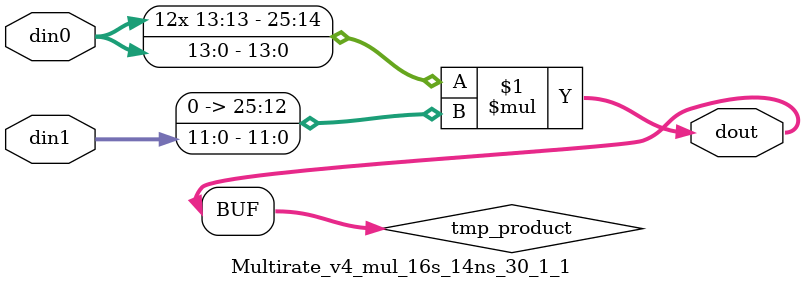
<source format=v>

`timescale 1 ns / 1 ps

 module Multirate_v4_mul_16s_14ns_30_1_1(din0, din1, dout);
parameter ID = 1;
parameter NUM_STAGE = 0;
parameter din0_WIDTH = 14;
parameter din1_WIDTH = 12;
parameter dout_WIDTH = 26;

input [din0_WIDTH - 1 : 0] din0; 
input [din1_WIDTH - 1 : 0] din1; 
output [dout_WIDTH - 1 : 0] dout;

wire signed [dout_WIDTH - 1 : 0] tmp_product;


























assign tmp_product = $signed(din0) * $signed({1'b0, din1});









assign dout = tmp_product;





















endmodule

</source>
